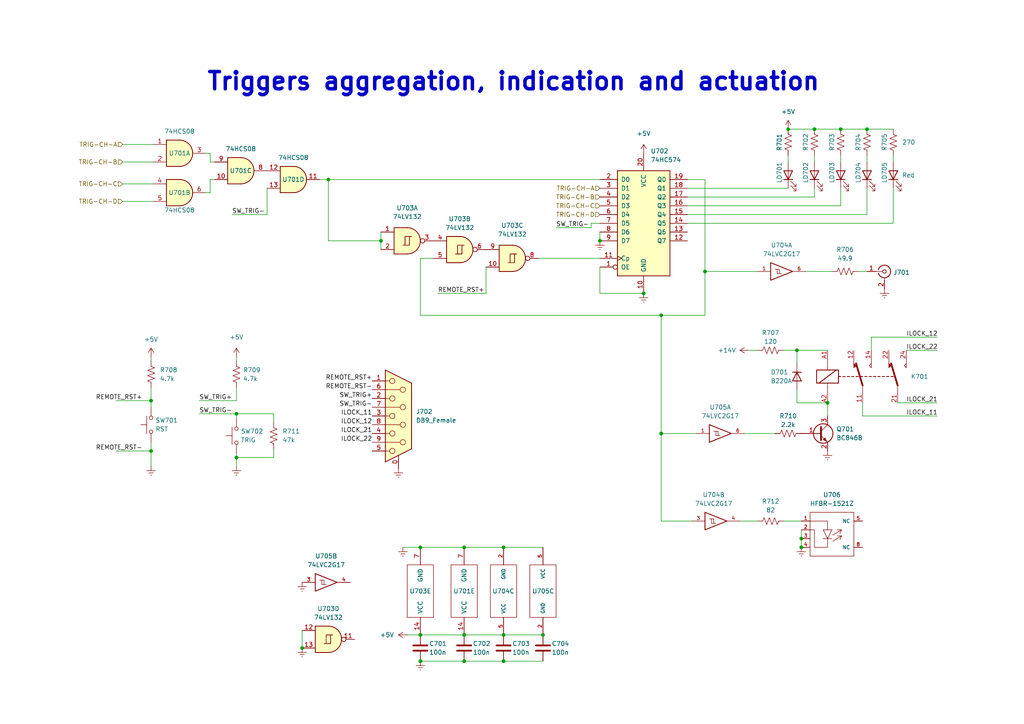
<source format=kicad_sch>
(kicad_sch (version 20211123) (generator eeschema)
  (paper "A4")
  (title_block (title "Triggers Aggregation, Indication and Actuation") (rev "v1.0.0") (company "CNPEM - Brazilian Center for Research in Energy and Materials") (comment 1 "Group: ENT/AIS") (comment 2 "Authors: Gabriel Brunheira / Samuel Fraga"))
  (junction (at 121.92 158.75))
  (junction (at 110.49 69.85))
  (junction (at 251.46 37.465))
  (junction (at 236.22 37.465))
  (junction (at 146.05 158.75))
  (junction (at 191.77 91.44))
  (junction (at 232.41 156.21))
  (junction (at 173.99 69.85))
  (junction (at 157.48 184.15))
  (junction (at 68.58 120.015))
  (junction (at 240.03 116.84))
  (junction (at 134.62 158.75))
  (junction (at 95.25 52.07))
  (junction (at 191.77 125.73))
  (junction (at 87.63 187.96))
  (junction (at 243.84 37.465))
  (junction (at 186.69 85.09))
  (junction (at 232.41 158.75))
  (junction (at 231.14 101.6))
  (junction (at 43.815 116.205))
  (junction (at 146.05 191.77))
  (junction (at 146.05 184.15))
  (junction (at 134.62 191.77))
  (junction (at 204.47 78.74))
  (junction (at 228.6 37.465))
  (junction (at 121.92 184.15))
  (junction (at 43.815 130.81))
  (junction (at 134.62 184.15))
  (junction (at 121.92 191.77))
  (junction (at 68.58 132.715))
  (wire (pts (xy 228.6 37.465) (xy 236.22 37.465)))
  (wire (pts (xy 236.22 37.465) (xy 243.84 37.465)))
  (wire (pts (xy 140.97 77.47) (xy 140.97 85.09)))
  (wire (pts (xy 116.84 158.75) (xy 121.92 158.75)))
  (wire (pts (xy 173.99 67.31) (xy 173.99 69.85)))
  (wire (pts (xy 35.56 53.34) (xy 44.45 53.34)))
  (wire (pts (xy 79.375 122.555) (xy 79.375 120.015)))
  (wire (pts (xy 204.47 78.74) (xy 204.47 91.44)))
  (wire (pts (xy 68.58 112.395) (xy 68.58 116.205)))
  (wire (pts (xy 251.46 54.61) (xy 251.46 62.23)))
  (wire (pts (xy 79.375 132.715) (xy 68.58 132.715)))
  (wire (pts (xy 251.46 45.085) (xy 251.46 46.99)))
  (wire (pts (xy 59.69 44.45) (xy 60.96 44.45)))
  (wire (pts (xy 251.46 62.23) (xy 199.39 62.23)))
  (wire (pts (xy 57.785 116.205) (xy 68.58 116.205)))
  (wire (pts (xy 191.77 151.13) (xy 200.66 151.13)))
  (wire (pts (xy 236.22 45.085) (xy 236.22 46.99)))
  (wire (pts (xy 118.11 184.15) (xy 121.92 184.15)))
  (wire (pts (xy 250.19 120.65) (xy 271.78 120.65)))
  (wire (pts (xy 87.63 182.88) (xy 87.63 187.96)))
  (wire (pts (xy 248.92 78.74) (xy 251.46 78.74)))
  (wire (pts (xy 252.73 101.6) (xy 252.73 97.79)))
  (wire (pts (xy 219.71 101.6) (xy 217.17 101.6)))
  (wire (pts (xy 262.89 101.6) (xy 271.78 101.6)))
  (wire (pts (xy 121.92 191.77) (xy 134.62 191.77)))
  (wire (pts (xy 191.77 125.73) (xy 201.93 125.73)))
  (wire (pts (xy 231.14 101.6) (xy 240.03 101.6)))
  (wire (pts (xy 260.35 116.84) (xy 271.78 116.84)))
  (wire (pts (xy 252.73 97.79) (xy 271.78 97.79)))
  (wire (pts (xy 79.375 132.715) (xy 79.375 130.175)))
  (wire (pts (xy 121.92 74.93) (xy 125.73 74.93)))
  (wire (pts (xy 243.84 37.465) (xy 251.46 37.465)))
  (wire (pts (xy 79.375 120.015) (xy 68.58 120.015)))
  (wire (pts (xy 231.14 116.84) (xy 240.03 116.84)))
  (wire (pts (xy 233.68 78.74) (xy 241.3 78.74)))
  (wire (pts (xy 146.05 191.77) (xy 157.48 191.77)))
  (wire (pts (xy 95.25 52.07) (xy 95.25 69.85)))
  (wire (pts (xy 199.39 52.07) (xy 204.47 52.07)))
  (wire (pts (xy 57.785 120.015) (xy 68.58 120.015)))
  (wire (pts (xy 121.92 91.44) (xy 121.92 74.93)))
  (wire (pts (xy 43.815 112.395) (xy 43.815 116.205)))
  (wire (pts (xy 77.47 54.61) (xy 77.47 62.23)))
  (wire (pts (xy 95.25 52.07) (xy 92.71 52.07)))
  (wire (pts (xy 60.96 52.07) (xy 60.96 55.88)))
  (wire (pts (xy 68.58 132.715) (xy 68.58 135.255)))
  (wire (pts (xy 171.45 64.77) (xy 173.99 64.77)))
  (wire (pts (xy 95.25 69.85) (xy 110.49 69.85)))
  (wire (pts (xy 146.05 158.75) (xy 157.48 158.75)))
  (wire (pts (xy 60.96 46.99) (xy 62.23 46.99)))
  (wire (pts (xy 231.14 105.41) (xy 231.14 101.6)))
  (wire (pts (xy 67.31 62.23) (xy 77.47 62.23)))
  (wire (pts (xy 134.62 191.77) (xy 146.05 191.77)))
  (wire (pts (xy 95.25 52.07) (xy 173.99 52.07)))
  (wire (pts (xy 60.96 44.45) (xy 60.96 46.99)))
  (wire (pts (xy 121.92 184.15) (xy 134.62 184.15)))
  (wire (pts (xy 146.05 184.15) (xy 157.48 184.15)))
  (wire (pts (xy 232.41 156.21) (xy 232.41 158.75)))
  (wire (pts (xy 191.77 91.44) (xy 191.77 125.73)))
  (wire (pts (xy 214.63 151.13) (xy 219.71 151.13)))
  (wire (pts (xy 251.46 37.465) (xy 259.08 37.465)))
  (wire (pts (xy 259.08 45.085) (xy 259.08 46.99)))
  (wire (pts (xy 43.815 116.205) (xy 33.655 116.205)))
  (wire (pts (xy 232.41 153.67) (xy 232.41 156.21)))
  (wire (pts (xy 33.655 130.81) (xy 43.815 130.81)))
  (wire (pts (xy 215.9 125.73) (xy 224.79 125.73)))
  (wire (pts (xy 173.99 85.09) (xy 186.69 85.09)))
  (wire (pts (xy 43.815 130.81) (xy 43.815 135.255)))
  (wire (pts (xy 243.84 59.69) (xy 243.84 54.61)))
  (wire (pts (xy 134.62 158.75) (xy 146.05 158.75)))
  (wire (pts (xy 161.29 66.04) (xy 171.45 66.04)))
  (wire (pts (xy 121.92 158.75) (xy 134.62 158.75)))
  (wire (pts (xy 43.815 116.205) (xy 43.815 118.11)))
  (wire (pts (xy 121.92 91.44) (xy 191.77 91.44)))
  (wire (pts (xy 236.22 57.15) (xy 199.39 57.15)))
  (wire (pts (xy 156.21 74.93) (xy 173.99 74.93)))
  (wire (pts (xy 35.56 46.99) (xy 44.45 46.99)))
  (wire (pts (xy 199.39 54.61) (xy 228.6 54.61)))
  (wire (pts (xy 68.58 120.015) (xy 68.58 121.285)))
  (wire (pts (xy 173.99 77.47) (xy 173.99 85.09)))
  (wire (pts (xy 236.22 54.61) (xy 236.22 57.15)))
  (wire (pts (xy 191.77 125.73) (xy 191.77 151.13)))
  (wire (pts (xy 243.84 45.085) (xy 243.84 46.99)))
  (wire (pts (xy 35.56 41.91) (xy 44.45 41.91)))
  (wire (pts (xy 204.47 52.07) (xy 204.47 78.74)))
  (wire (pts (xy 204.47 78.74) (xy 219.71 78.74)))
  (wire (pts (xy 110.49 67.31) (xy 110.49 69.85)))
  (wire (pts (xy 227.33 101.6) (xy 231.14 101.6)))
  (wire (pts (xy 228.6 45.085) (xy 228.6 46.99)))
  (wire (pts (xy 43.815 103.505) (xy 43.815 104.775)))
  (wire (pts (xy 204.47 91.44) (xy 191.77 91.44)))
  (wire (pts (xy 250.19 116.84) (xy 250.19 120.65)))
  (wire (pts (xy 171.45 64.77) (xy 171.45 66.04)))
  (wire (pts (xy 127 85.09) (xy 140.97 85.09)))
  (wire (pts (xy 259.08 64.77) (xy 259.08 54.61)))
  (wire (pts (xy 68.58 103.505) (xy 68.58 104.775)))
  (wire (pts (xy 134.62 184.15) (xy 146.05 184.15)))
  (wire (pts (xy 43.815 128.27) (xy 43.815 130.81)))
  (wire (pts (xy 68.58 132.715) (xy 68.58 131.445)))
  (wire (pts (xy 227.33 151.13) (xy 232.41 151.13)))
  (wire (pts (xy 199.39 64.77) (xy 259.08 64.77)))
  (wire (pts (xy 59.69 55.88) (xy 60.96 55.88)))
  (wire (pts (xy 240.03 116.84) (xy 240.03 120.65)))
  (wire (pts (xy 60.96 52.07) (xy 62.23 52.07)))
  (wire (pts (xy 110.49 69.85) (xy 110.49 72.39)))
  (wire (pts (xy 199.39 59.69) (xy 243.84 59.69)))
  (wire (pts (xy 231.14 113.03) (xy 231.14 116.84)))
  (wire (pts (xy 35.56 58.42) (xy 44.45 58.42)))
  (text "Triggers aggregation, indication and actuation" (at 59.69 26.67 0) (effects (font (size 5 5) (thickness 1) bold) (justify left bottom)))
  (label "SW_TRIG-" (at 67.31 62.23 0))
  (label "ILOCK_22" (at 107.95 128.27 180))
  (label "SW_TRIG+" (at 57.785 116.205 0))
  (label "ILOCK_21" (at 262.89 116.84 0))
  (label "SW_TRIG-" (at 57.785 120.015 0))
  (label "REMOTE_RST-" (at 41.275 130.81 180))
  (label "ILOCK_11" (at 262.89 120.65 0))
  (label "ILOCK_12" (at 262.89 97.79 0))
  (label "REMOTE_RST+" (at 41.275 116.205 180))
  (label "REMOTE_RST+" (at 107.95 110.49 180))
  (label "SW_TRIG-" (at 161.29 66.04 0))
  (label "SW_TRIG+" (at 107.95 115.57 180))
  (label "ILOCK_11" (at 107.95 120.65 180))
  (label "REMOTE_RST+" (at 127 85.09 0))
  (label "ILOCK_21" (at 107.95 125.73 180))
  (label "ILOCK_22" (at 262.89 101.6 0))
  (label "ILOCK_12" (at 107.95 123.19 180))
  (label "REMOTE_RST-" (at 107.95 113.03 180))
  (label "SW_TRIG-" (at 107.95 118.11 180))
  (hierarchical_label "TRIG-CH-B" (shape input) (at 173.99 57.15 180))
  (hierarchical_label "TRIG-CH-D" (shape input) (at 173.99 62.23 180))
  (hierarchical_label "TRIG-CH-C" (shape input) (at 173.99 59.69 180))
  (hierarchical_label "TRIG-CH-A" (shape input) (at 35.56 41.91 180))
  (hierarchical_label "TRIG-CH-C" (shape input) (at 35.56 53.34 180))
  (hierarchical_label "TRIG-CH-A" (shape input) (at 173.99 54.61 180))
  (hierarchical_label "TRIG-CH-D" (shape input) (at 35.56 58.42 180))
  (hierarchical_label "TRIG-CH-B" (shape input) (at 35.56 46.99 180))
  (symbol (lib_name "74LVC2G17_1") (lib_id "qds-cv-lib-sym:74LVC2G17") (at 146.05 171.45 180) (unit 3)
    (property "Reference" "U704" (at 149.225 171.45 0) (effects (justify left)))
    (property "Value" "74LVC2G17" (effects hide))
    (property "Footprint" "Package_TO_SOT_SMD:SOT-23-6_Handsoldering" (effects hide))
    (property "Datasheet" "https://www.ti.com/lit/ds/symlink/sn74lvc2g17.pdf" (effects hide))
    (property "Part Number" "SN74LVC2G17DBVR" (effects hide))
  )
  (symbol (lib_id "qds-cv-lib-sym:74LVC2G17") (at 207.01 151.13 0) (unit 2)
    (property "Reference" "U704" (at 207.01 143.51 0))
    (property "Value" "74LVC2G17" (at 207.01 146.05 0))
    (property "Footprint" "Package_TO_SOT_SMD:SOT-23-6_Handsoldering" (effects hide))
    (property "Datasheet" "https://www.ti.com/lit/ds/symlink/sn74lvc2g17.pdf" (effects hide))
    (property "Part Number" "SN74LVC2G17DBVR" (effects hide))
  )
  (symbol (lib_name "74LVC2G17_4") (lib_id "qds-cv-lib-sym:74LVC2G17") (at 93.98 168.91 0) (unit 2)
    (property "Reference" "U705" (at 94.615 161.29 0))
    (property "Value" "74LVC2G17" (at 94.615 163.83 0))
    (property "Footprint" "Package_TO_SOT_SMD:SOT-23-6_Handsoldering" (effects hide))
    (property "Datasheet" "https://www.ti.com/lit/ds/symlink/sn74lvc2g17.pdf" (effects hide))
    (property "Part Number" "SN74LVC2G17DBVR" (effects hide))
    (property "Manufacturer" "Texas Instruments" (effects hide))
  )
  (symbol (lib_id "Device:R_US") (at 245.11 78.74 90) (unit 1)
    (property "Reference" "R706" (at 245.11 72.39 90))
    (property "Value" "49.9" (at 245.11 74.93 90))
    (property "Footprint" "Resistor_SMD:R_0805_2012Metric_Pad1.20x1.40mm_HandSolder" (effects hide))
    (property "Datasheet" "https://www.yageo.com/upload/media/product/productsearch/datasheet/rchip/PYu-RT_1-to-0.01_RoHS_L_13.pdf" (effects hide))
    (property "CNPEM Code" "AP108391" (effects hide))
    (property "Description" "Resistor 49.9 0.5% 0.125W SMD 0805" (effects hide))
    (property "Manufacturer" "Yageo" (effects hide))
    (property "Part Number" "RT0805DRE0749R9L" (effects hide))
    (property "Vendor Link" "https://www.digikey.com/en/products/detail/yageo/RT0805DRE0749R9L/1035664?s=N4IgTCBcDaIEoBUAMAOJBWAInAokg7ACwCccxAMiALoC%2BQA" (effects hide))
  )
  (symbol (lib_id "power:Earth") (at 232.41 158.75 0) (unit 1)
    (property "Reference" "#PWR0714" (effects hide))
    (property "Value" "Earth" (effects hide))
  )
  (symbol (lib_id "qds-cv-lib-sym:74HCS08") (at 134.62 171.45 180) (unit 5)
    (property "Reference" "U701" (at 137.795 171.45 0) (effects (justify left)))
    (property "Value" "74HCS08" (effects hide))
    (property "Footprint" "Package_SO:SO-14_3.9x8.65mm_P1.27mm" (effects hide))
    (property "Datasheet" "https://www.ti.com/lit/ds/symlink/sn74hcs08.pdf" (effects hide))
    (property "Part Number" "SN74HCS08DR" (effects hide))
  )
  (symbol (lib_id "Device:R_US") (at 228.6 41.275 0) (unit 1)
    (property "Reference" "R701" (at 226.06 43.815 90) (effects (justify left)))
    (property "Value" "270" (effects hide))
    (property "Footprint" "Resistor_SMD:R_0805_2012Metric_Pad1.20x1.40mm_HandSolder" (effects hide))
    (property "Description" "Resistor 270R 1% 0.1W SMD 0805" (effects hide))
    (property "Manufacturer" "Fenghua Advance Technology" (effects hide))
    (property "Part Number" "RC-05K203JT" (effects hide))
  )
  (symbol (lib_name "74LV132_3") (lib_id "qds-cv-lib-sym:74LV132") (at 118.11 69.85 0) (unit 1)
    (property "Reference" "U703" (at 118.11 60.325 0))
    (property "Value" "74LV132" (at 118.11 62.865 0))
    (property "Footprint" "Package_SO:SO-14_3.9x8.65mm_P1.27mm" (effects hide))
    (property "Datasheet" "http://www.ti.com/lit/ds/symlink/sn74lv132a.pdf" (effects hide))
    (property "Part Number" "SN74LV132ADR" (effects hide))
  )
  (symbol (lib_name "74LVC2G17_5") (lib_id "qds-cv-lib-sym:74LVC2G17") (at 157.48 171.45 0) (unit 3)
    (property "Reference" "U705" (at 154.305 171.45 0) (effects (justify left)))
    (property "Value" "74LVC2G17" (effects hide))
    (property "Footprint" "Package_TO_SOT_SMD:SOT-23-6_Handsoldering" (effects hide))
    (property "Datasheet" "https://www.ti.com/lit/ds/symlink/sn74lvc2g17.pdf" (effects hide))
    (property "Part Number" "SN74LVC2G17DBVR" (effects hide))
    (property "Manufacturer" "Texas Instruments" (effects hide))
  )
  (symbol (lib_id "power:Earth") (at 115.57 135.89 0) (unit 1)
    (property "Reference" "#PWR0712" (effects hide))
    (property "Value" "Earth" (effects hide))
  )
  (symbol (lib_id "power:Earth") (at 116.84 158.75 0) (unit 1)
    (property "Reference" "#PWR0713" (effects hide))
    (property "Value" "Earth" (effects hide))
  )
  (symbol (lib_id "qds-cv-lib-sym:FINDER-30.22") (at 250.19 109.22 0) (unit 1)
    (property "Reference" "K701" (at 264.16 109.2199 0) (effects (justify left)))
    (property "Value" "FINDER-30.22" (effects hide))
    (property "Footprint" "Relay_THT:Relay_DPDT_Finder_30.22" (effects hide))
    (property "Datasheet" "https://cdn.findernet.com/app/uploads/S30EN.pdf" (effects hide))
    (property "Part Number" "30.22.7.012.0010" (effects hide))
    (property "CNPEM Code" "AO102294" (effects hide))
    (property "Description" "Relay DPDT, 12 VDC Coil, 2 A Contact Current, Through Hole" (effects hide))
    (property "Manufacturer" "Finder" (effects hide))
    (property "Vendor Link" "https://pt.farnell.com/finder/30-22-7-012-0010/relay-signal-dpdt-125vac-2a/dp/1217369" (effects hide))
  )
  (symbol (lib_id "qds-cv-lib-sym:74HC574") (at 186.69 64.77 0) (unit 1)
    (property "Reference" "U702" (at 188.7094 43.815 0) (effects (justify left)))
    (property "Value" "74HC574" (at 188.7094 46.355 0) (effects (justify left)))
    (property "Footprint" "Package_SO:TSSOP-20_4.4x6.5mm_P0.65mm" (effects hide))
    (property "Datasheet" "https://www.ti.com/lit/ds/symlink/sn74hct574.pdf" (effects hide))
    (property "Description" " Octal Edge-Triggered D-Flip-Flips With 3-State Outputs" (effects hide))
    (property "Manufacturer" "Texas" (effects hide))
    (property "Part Number" "SN74HCT574" (effects hide))
  )
  (symbol (lib_id "Device:R_US") (at 223.52 151.13 90) (unit 1)
    (property "Reference" "R712" (at 223.52 145.415 90))
    (property "Value" "82" (at 223.52 147.955 90))
    (property "Footprint" "Resistor_SMD:R_0805_2012Metric_Pad1.20x1.40mm_HandSolder" (effects hide))
    (property "Datasheet" "https://www.koaspeer.com/pdfs/RK73H.pdf" (effects hide))
    (property "Part Number" "RK73H2ATTD82R0F" (effects hide))
  )
  (symbol (lib_id "power:Earth") (at 87.63 168.91 0) (unit 1)
    (property "Reference" "#PWR0715" (effects hide))
    (property "Value" "Earth" (effects hide))
  )
  (symbol (lib_id "power:Earth") (at 43.815 135.255 0) (unit 1)
    (property "Reference" "#PWR0711" (effects hide))
    (property "Value" "Earth" (effects hide))
  )
  (symbol (lib_id "qds-cv-lib-sym:74HCS08") (at 69.85 49.53 0) (unit 3)
    (property "Reference" "U701" (at 69.85 49.53 0))
    (property "Value" "74HCS08" (at 69.85 43.18 0))
    (property "Footprint" "Package_SO:SO-14_3.9x8.65mm_P1.27mm" (effects hide))
    (property "Datasheet" "https://www.ti.com/lit/ds/symlink/sn74hcs08.pdf" (effects hide))
    (property "Part Number" "SN74HCS08DR" (effects hide))
  )
  (symbol (lib_id "qds-cv-lib-sym:74HCS08") (at 52.07 44.45 0) (unit 1)
    (property "Reference" "U701" (at 52.07 44.45 0))
    (property "Value" "74HCS08" (at 52.07 38.1 0))
    (property "Footprint" "Package_SO:SO-14_3.9x8.65mm_P1.27mm" (effects hide))
    (property "Datasheet" "https://www.ti.com/lit/ds/symlink/sn74hcs08.pdf" (effects hide))
    (property "Part Number" "SN74HCS08DR" (effects hide))
  )
  (symbol (lib_id "power:Earth") (at 186.69 85.09 0) (unit 1)
    (property "Reference" "#PWR0705" (effects hide))
    (property "Value" "Earth" (effects hide))
  )
  (symbol (lib_id "Device:C") (at 121.92 187.96 0) (unit 1)
    (property "Reference" "C701" (at 124.46 186.69 0) (effects (justify left)))
    (property "Value" "100n" (at 124.46 189.23 0) (effects (justify left)))
    (property "Footprint" "Capacitor_SMD:C_0603_1608Metric_Pad1.08x0.95mm_HandSolder" (effects hide))
    (property "Datasheet" "https://product.tdk.com/system/files/dam/doc/product/capacitor/ceramic/mlcc/catalog/mlcc_commercial_general_en.pdf" (effects hide))
    (property "CNPEM Code" "AP107349" (effects hide))
    (property "Description" "Ceramic Capacitor 100nF 50V 10% SMD 0603 X7R" (effects hide))
    (property "Manufacturer" "TDK" (effects hide))
    (property "Part Number" "C1608X7R1H104K080AA" (effects hide))
    (property "Vendor Link" "https://br.mouser.com/ProductDetail/TDK/C1608X7R1H104K080AA?qs=NRhsANhppD8dEJli2CDBHA%3D%3D" (effects hide))
  )
  (symbol (lib_id "power:Earth") (at 240.03 130.81 0) (unit 1)
    (property "Reference" "#PWR0709" (effects hide))
    (property "Value" "Earth" (effects hide))
  )
  (symbol (lib_id "qds-cv-lib-sym:74HCS08") (at 52.07 55.88 0) (unit 2)
    (property "Reference" "U701" (at 52.07 55.88 0))
    (property "Value" "74HCS08" (at 52.07 60.96 0))
    (property "Footprint" "Package_SO:SO-14_3.9x8.65mm_P1.27mm" (effects hide))
    (property "Datasheet" "https://www.ti.com/lit/ds/symlink/sn74hcs08.pdf" (effects hide))
    (property "Part Number" "SN74HCS08DR" (effects hide))
  )
  (symbol (lib_id "Device:LED") (at 243.84 50.8 90) (unit 1)
    (property "Reference" "LD703" (at 241.3 46.99 0) (effects (justify right)))
    (property "Value" "Red" (effects hide))
    (property "Footprint" "qds-cv-lib:LED_WP934CB_ID" (effects hide))
    (property "Datasheet" "https://www.kingbrightusa.com/images/catalog/SPEC/WP934CB-ID.pdf" (effects hide))
    (property "CNPEM Code" "AP110389 " (effects hide))
    (property "Description" "3 mm LED Circuit Board Indicator, Red, 1.9V, 10 mA, PTH, Right Angle" (effects hide))
    (property "Manufacturer" "Kingbright" (effects hide))
    (property "Part Number" "WP934CB/ID" (effects hide))
    (property "Vendor Link" "https://www.digikey.com/en/products/detail/kingbright/WP934CB-ID/1747697?s=N4IgTCBcDaIOoAUCcBmALAYQEIHoCSAIiALoC%2BQA" (effects hide))
  )
  (symbol (lib_id "power:Earth") (at 87.63 187.96 0) (unit 1)
    (property "Reference" "#PWR0717" (effects hide))
    (property "Value" "Earth" (effects hide))
  )
  (symbol (lib_id "Device:R_US") (at 236.22 41.275 0) (unit 1)
    (property "Reference" "R702" (at 233.68 43.815 90) (effects (justify left)))
    (property "Value" "270" (effects hide))
    (property "Footprint" "Resistor_SMD:R_0805_2012Metric_Pad1.20x1.40mm_HandSolder" (effects hide))
    (property "Description" "Resistor 270R 1% 0.1W SMD 0805" (effects hide))
    (property "Manufacturer" "Fenghua Advance Technology" (effects hide))
    (property "Part Number" "RC-05K203JT" (effects hide))
  )
  (symbol (lib_id "qds-cv-lib-sym:74HCS08") (at 85.09 52.07 0) (unit 4)
    (property "Reference" "U701" (at 85.09 52.07 0))
    (property "Value" "74HCS08" (at 85.09 45.72 0))
    (property "Footprint" "Package_SO:SO-14_3.9x8.65mm_P1.27mm" (effects hide))
    (property "Datasheet" "https://www.ti.com/lit/ds/symlink/sn74hcs08.pdf" (effects hide))
    (property "Part Number" "SN74HCS08DR" (effects hide))
  )
  (symbol (lib_name "74LV132_2") (lib_id "qds-cv-lib-sym:74LV132") (at 95.25 185.42 0) (unit 4)
    (property "Reference" "U703" (at 95.25 176.53 0))
    (property "Value" "74LV132" (at 95.25 179.07 0))
    (property "Footprint" "Package_SO:SO-14_3.9x8.65mm_P1.27mm" (effects hide))
    (property "Datasheet" "http://www.ti.com/lit/ds/symlink/sn74lv132a.pdf" (effects hide))
    (property "Part Number" "SN74LV132ADR" (effects hide))
  )
  (symbol (lib_id "qds-cv-lib-sym:+14V") (at 217.17 101.6 90) (unit 1)
    (property "Reference" "#PWR0706" (effects hide))
    (property "Value" "+14V" (at 210.82 101.6 90))
  )
  (symbol (lib_id "power:+5V") (at 118.11 184.15 90) (unit 1)
    (property "Reference" "#PWR0716" (effects hide))
    (property "Value" "+5V" (at 114.3 184.1499 90) (effects (justify left)))
  )
  (symbol (lib_name "74LV132_4") (lib_id "qds-cv-lib-sym:74LV132") (at 148.59 74.93 0) (unit 3)
    (property "Reference" "U703" (at 148.59 65.405 0))
    (property "Value" "74LV132" (at 148.59 67.945 0))
    (property "Footprint" "Package_SO:SO-14_3.9x8.65mm_P1.27mm" (effects hide))
    (property "Datasheet" "http://www.ti.com/lit/ds/symlink/sn74lv132a.pdf" (effects hide))
    (property "Part Number" "SN74LV132ADR" (effects hide))
  )
  (symbol (lib_id "Device:R_US") (at 223.52 101.6 90) (unit 1)
    (property "Reference" "R707" (at 226.06 96.52 90) (effects (justify left)))
    (property "Value" "120" (at 225.425 99.06 90) (effects (justify left)))
    (property "Footprint" "Resistor_SMD:R_0805_2012Metric_Pad1.20x1.40mm_HandSolder" (effects hide))
    (property "Datasheet" "https://industrial.panasonic.com/cdbs/www-data/pdf/RDA0000/AOA0000C304.pdf" (effects hide))
    (property "Part Number" "ERJ-6ENF1200V" (effects hide))
    (property "CNPEM Code" "MT100270" (effects hide))
    (property "Description" "Resistor 120R 1% 0.125W SMD 0805" (effects hide))
    (property "Manufacturer" "Panasonic Electronic Components" (effects hide))
    (property "Vendor Link" "https://www.digikey.com/en/products/detail/panasonic-electronic-components/ERJ-6ENF1200V/1746457?utm_adgroup=Resistors&utm_source=google&utm_medium=cpc&utm_campaign=Dynamic%20Search_PT_Product&utm_term=&utm_content=Resistors&gclid=Cj0KCQjwiZqhBhCJARIsACHHEH-pu6fwXPqBkHKqSkQnzptc673XOtJCxcLr698HcilOwq3CV2g-xmQaAoZhEALw_wcB" (effects hide))
  )
  (symbol (lib_id "qds-cv-lib-sym:HFBR-1521Z") (at 234.95 148.59 0) (unit 1)
    (property "Reference" "U706" (at 241.3 143.51 0))
    (property "Value" "HFBR-1521Z" (at 241.3 146.05 0))
    (property "Footprint" "qds-cv-lib:HFBR-1521Z" (effects hide))
    (property "Datasheet" "https://docs.broadcom.com/doc/AV02-1501EN" (effects hide))
  )
  (symbol (lib_id "Device:R_US") (at 251.46 41.275 0) (unit 1)
    (property "Reference" "R704" (at 248.92 43.815 90) (effects (justify left)))
    (property "Value" "270" (effects hide))
    (property "Footprint" "Resistor_SMD:R_0805_2012Metric_Pad1.20x1.40mm_HandSolder" (effects hide))
    (property "Description" "Resistor 270R 1% 0.1W SMD 0805" (effects hide))
    (property "Manufacturer" "Fenghua Advance Technology" (effects hide))
    (property "Part Number" "RC-05K203JT" (effects hide))
  )
  (symbol (lib_name "74LV132_1") (lib_id "qds-cv-lib-sym:74LV132") (at 121.92 171.45 180) (unit 5)
    (property "Reference" "U703" (at 125.095 171.45 0) (effects (justify left)))
    (property "Value" "74LV132" (effects hide))
    (property "Footprint" "Package_SO:SO-14_3.9x8.65mm_P1.27mm" (effects hide))
    (property "Datasheet" "http://www.ti.com/lit/ds/symlink/sn74lv132a.pdf" (effects hide))
    (property "Part Number" "SN74LV132ADR" (effects hide))
  )
  (symbol (lib_id "Device:LED") (at 251.46 50.8 90) (unit 1)
    (property "Reference" "LD704" (at 248.92 46.99 0) (effects (justify right)))
    (property "Value" "Red" (effects hide))
    (property "Footprint" "qds-cv-lib:LED_WP934CB_ID" (effects hide))
    (property "Datasheet" "https://www.kingbrightusa.com/images/catalog/SPEC/WP934CB-ID.pdf" (effects hide))
    (property "CNPEM Code" "AP110389 " (effects hide))
    (property "Description" "3 mm LED Circuit Board Indicator, Red, 1.9V, 10 mA, PTH, Right Angle" (effects hide))
    (property "Manufacturer" "Kingbright" (effects hide))
    (property "Part Number" "WP934CB/ID" (effects hide))
    (property "Vendor Link" "https://www.digikey.com/en/products/detail/kingbright/WP934CB-ID/1747697?s=N4IgTCBcDaIOoAUCcBmALAYQEIHoCSAIiALoC%2BQA" (effects hide))
  )
  (symbol (lib_id "Device:R_US") (at 68.58 108.585 0) (unit 1)
    (property "Reference" "R709" (at 70.485 107.3149 0) (effects (justify left)))
    (property "Value" "4.7k" (at 70.485 109.8549 0) (effects (justify left)))
    (property "Footprint" "Resistor_SMD:R_0805_2012Metric_Pad1.20x1.40mm_HandSolder" (effects hide))
    (property "Datasheet" "https://datasheet.lcsc.com/lcsc/2206010216_UNI-ROYAL-Uniroyal-Elec-0805W8F1002T5E_C17414.pdf" (effects hide))
    (property "Part Number" "0805W8F1200T5E" (effects hide))
    (property "Description" "Resistor 4k7 1% 0.25W SMD 1206" (effects hide))
    (property "Manufacturer" "Yageo" (effects hide))
    (property "Vendor Link" "https://www.digikey.com/en/products/detail/yageo/RC1206FR-074K7L/728887?s=N4IgTCBcDaIEoGECMYAMA2AYnAtKg7ACwDS%2BAMiALoC%2BQA" (effects hide))
  )
  (symbol (lib_id "Device:R_US") (at 259.08 41.275 0) (unit 1)
    (property "Reference" "R705" (at 256.54 43.815 90) (effects (justify left)))
    (property "Value" "270" (at 261.62 41.275 0) (effects (justify left)))
    (property "Footprint" "Resistor_SMD:R_0805_2012Metric_Pad1.20x1.40mm_HandSolder" (effects hide))
    (property "Description" "Resistor 270R 1% 0.1W SMD 0805" (effects hide))
    (property "Manufacturer" "Fenghua Advance Technology" (effects hide))
    (property "Part Number" "RC-05K203JT" (effects hide))
  )
  (symbol (lib_id "power:Earth") (at 173.99 69.85 0) (unit 1)
    (property "Reference" "#PWR0703" (effects hide))
    (property "Value" "Earth" (effects hide))
  )
  (symbol (lib_id "Device:D") (at 231.14 109.22 270) (unit 1)
    (property "Reference" "D701" (at 223.52 107.95 90) (effects (justify left)))
    (property "Value" "B220A" (at 223.52 110.49 90) (effects (justify left)))
    (property "Footprint" "Diode_SMD:D_SMA_Handsoldering" (effects hide))
    (property "Datasheet" "https://www.diodes.com/assets/Datasheets/B220_A-B260_A.pdf" (effects hide))
    (property "Part Number" "621-B220A-F" (effects hide))
    (property "Description" "2A Schottky Diode, 20 VRRM, SMD DO-214AC" (effects hide))
    (property "Manufacturer" "Diodes Inc." (effects hide))
    (property "Vendor Link" "https://br.mouser.com/ProductDetail/Diodes-Incorporated/B220A-13-F?qs=kEQ31%252BHm99lk%2FvfKcGXxcg%3D%3D&gclid=Cj0KCQjwiZqhBhCJARIsACHHEH-yhqkuJ2wiicf4oz4z9iBM3Yl_iYSOuPk5O-ibr5zEOigtfNIuavsaAv7vEALw_wcB" (effects hide))
  )
  (symbol (lib_id "Device:R_US") (at 228.6 125.73 90) (unit 1)
    (property "Reference" "R710" (at 228.6 120.65 90))
    (property "Value" "2.2k" (at 228.6 123.19 90))
    (property "Footprint" "Resistor_SMD:R_0805_2012Metric_Pad1.20x1.40mm_HandSolder" (effects hide))
    (property "Datasheet" "https://www.yageo.com/upload/media/product/productsearch/datasheet/rchip/PYu-RC_Group_51_RoHS_L_12.pdf" (effects hide))
    (property "Part Number" "RC0805FR-072K2L" (effects hide))
    (property "CNPEM Code" "MT104237" (effects hide))
    (property "Manufacturer" "Yageo" (effects hide))
    (property "Description" "Resistor 2.2k 1% 0.125W SMD 0805" (effects hide))
    (property "Vendor Link" "https://www.digikey.com/en/products/detail/yageo/RC0805FR-072K2L/727676?utm_adgroup=Resistors&utm_source=google&utm_medium=cpc&utm_campaign=Dynamic%20Search_PT_Product&utm_term=&utm_content=Resistors&gclid=Cj0KCQjwiZqhBhCJARIsACHHEH8v6oZGyHIjUrtn7TkF_AQuRcQJr-qTERqKybnCllzX-CPJhH9mu5EaAnnzEALw_wcB" (effects hide))
  )
  (symbol (lib_id "Device:LED") (at 236.22 50.8 90) (unit 1)
    (property "Reference" "LD702" (at 233.68 46.99 0) (effects (justify right)))
    (property "Value" "Red" (effects hide))
    (property "Footprint" "qds-cv-lib:LED_WP934CB_ID" (effects hide))
    (property "Datasheet" "https://www.kingbrightusa.com/images/catalog/SPEC/WP934CB-ID.pdf" (effects hide))
    (property "CNPEM Code" "AP110389 " (effects hide))
    (property "Description" "3 mm LED Circuit Board Indicator, Red, 1.9V, 10 mA, PTH, Right Angle" (effects hide))
    (property "Manufacturer" "Kingbright" (effects hide))
    (property "Part Number" "WP934CB/ID" (effects hide))
    (property "Vendor Link" "https://www.digikey.com/en/products/detail/kingbright/WP934CB-ID/1747697?s=N4IgTCBcDaIOoAUCcBmALAYQEIHoCSAIiALoC%2BQA" (effects hide))
  )
  (symbol (lib_id "Connector:DB9_Female_MountingHoles") (at 115.57 120.65 0) (unit 1)
    (property "Reference" "J702" (at 120.65 119.3799 0) (effects (justify left)))
    (property "Value" "DB9_Female" (at 120.65 121.9199 0) (effects (justify left)))
    (property "Footprint" "Connector_Dsub:DSUB-9_Female_Horizontal_P2.77x2.84mm_EdgePinOffset7.70mm_Housed_MountingHolesOffset9.12mm" (effects hide))
    (property "Datasheet" " ~" (effects hide))
    (property "Description" "D-Sub Connector 9 Pins Receptable, Female, Through Hole for PCB" (effects hide))
    (property "Manufacturer" "Amphenol FCI" (effects hide))
  )
  (symbol (lib_id "Device:R_US") (at 243.84 41.275 0) (unit 1)
    (property "Reference" "R703" (at 241.3 43.815 90) (effects (justify left)))
    (property "Value" "270" (effects hide))
    (property "Footprint" "Resistor_SMD:R_0805_2012Metric_Pad1.20x1.40mm_HandSolder" (effects hide))
    (property "Description" "Resistor 270R 1% 0.1W SMD 0805" (effects hide))
    (property "Manufacturer" "Fenghua Advance Technology" (effects hide))
    (property "Part Number" "RC-05K203JT" (effects hide))
  )
  (symbol (lib_id "Device:C") (at 157.48 187.96 0) (unit 1)
    (property "Reference" "C704" (at 160.02 186.69 0) (effects (justify left)))
    (property "Value" "100n" (at 160.02 189.23 0) (effects (justify left)))
    (property "Footprint" "Capacitor_SMD:C_0603_1608Metric_Pad1.08x0.95mm_HandSolder" (effects hide))
    (property "Datasheet" "https://product.tdk.com/system/files/dam/doc/product/capacitor/ceramic/mlcc/catalog/mlcc_commercial_general_en.pdf" (effects hide))
    (property "CNPEM Code" "AP107349" (effects hide))
    (property "Description" "Ceramic Capacitor 100nF 50V 10% SMD 0603 X7R" (effects hide))
    (property "Manufacturer" "TDK" (effects hide))
    (property "Part Number" "C1608X7R1H104K080AA" (effects hide))
    (property "Vendor Link" "https://br.mouser.com/ProductDetail/TDK/C1608X7R1H104K080AA?qs=NRhsANhppD8dEJli2CDBHA%3D%3D" (effects hide))
  )
  (symbol (lib_name "74LVC2G17_3") (lib_id "qds-cv-lib-sym:74LVC2G17") (at 226.06 78.74 0) (unit 1)
    (property "Reference" "U704" (at 226.695 71.12 0))
    (property "Value" "74LVC2G17" (at 226.695 73.66 0))
    (property "Footprint" "Package_TO_SOT_SMD:SOT-23-6_Handsoldering" (effects hide))
    (property "Datasheet" "https://www.ti.com/lit/ds/symlink/sn74lvc2g17.pdf" (effects hide))
    (property "Part Number" "SN74LVC2G17DBVR" (effects hide))
  )
  (symbol (lib_id "Switch:SW_Push") (at 68.58 126.365 90) (unit 1)
    (property "Reference" "SW702" (at 69.85 125.095 90) (effects (justify right)))
    (property "Value" "TRIG" (at 69.85 127.635 90) (effects (justify right)))
    (property "Footprint" "Button_Switch_THT:SW_Tactile_SPST_Angled_PTS645Vx39-2LFS" (effects hide))
    (property "Datasheet" "https://www.te.com/usa-en/product-1825027-5.datasheet.pdf" (effects hide))
    (property "Part Number" "1825027-5" (effects hide))
  )
  (symbol (lib_id "power:Earth") (at 256.54 83.82 0) (unit 1)
    (property "Reference" "#PWR0704" (effects hide))
    (property "Value" "Earth" (effects hide))
  )
  (symbol (lib_id "power:Earth") (at 121.92 191.77 0) (unit 1)
    (property "Reference" "#PWR0718" (effects hide))
    (property "Value" "Earth" (effects hide))
  )
  (symbol (lib_id "Switch:SW_Push") (at 43.815 123.19 90) (unit 1)
    (property "Reference" "SW701" (at 45.085 121.9199 90) (effects (justify right)))
    (property "Value" "RST" (at 45.085 124.4599 90) (effects (justify right)))
    (property "Footprint" "Button_Switch_THT:SW_Tactile_SPST_Angled_PTS645Vx39-2LFS" (effects hide))
    (property "Datasheet" "https://www.te.com/usa-en/product-1825027-5.datasheet.pdf" (effects hide))
    (property "Part Number" "1825027-5" (effects hide))
  )
  (symbol (lib_id "power:Earth") (at 68.58 135.255 0) (unit 1)
    (property "Reference" "#PWR0710" (effects hide))
    (property "Value" "Earth" (effects hide))
  )
  (symbol (lib_id "Device:R_US") (at 79.375 126.365 0) (unit 1)
    (property "Reference" "R711" (at 81.915 125.0949 0) (effects (justify left)))
    (property "Value" "47k" (at 81.915 127.6349 0) (effects (justify left)))
    (property "Footprint" "Resistor_SMD:R_0603_1608Metric_Pad0.98x0.95mm_HandSolder" (effects hide))
    (property "Datasheet" "https://industrial.panasonic.com/cdbs/www-data/pdf/RDM0000/AOA0000C307.pdf" (effects hide))
    (property "CNPEM Code" "AP107380" (effects hide))
    (property "Part Number" "ERA-3AEB473V" (effects hide))
    (property "Description" "Resistor 47k 0.1% 0.1W SMD 0603" (effects hide))
    (property "Manufacturer" "Panasonic Electronic Components" (effects hide))
    (property "Vendor Link" "https://www.digikey.com/en/products/detail/ERA-3AEB473V/P47KDBCT-ND/1466092" (effects hide))
  )
  (symbol (lib_id "Transistor_BJT:BC846") (at 237.49 125.73 0) (unit 1)
    (property "Reference" "Q701" (at 242.57 124.4599 0) (effects (justify left)))
    (property "Value" "BC846B" (at 242.57 126.9999 0) (effects (justify left)))
    (property "Footprint" "Package_TO_SOT_SMD:SOT-23" (effects hide))
    (property "Datasheet" "https://assets.nexperia.com/documents/data-sheet/BC846X_SER.pdf" (effects hide))
    (property "Part Number" "BC846B,215" (effects hide))
    (property "CNPEM Code" "AP105095" (effects hide))
  )
  (symbol (lib_id "qds-cv-lib-sym:74LV132") (at 133.35 72.39 0) (unit 2)
    (property "Reference" "U703" (at 133.35 63.5 0))
    (property "Value" "74LV132" (at 133.35 66.04 0))
    (property "Footprint" "Package_SO:SO-14_3.9x8.65mm_P1.27mm" (effects hide))
    (property "Datasheet" "http://www.ti.com/lit/ds/symlink/sn74lv132a.pdf" (effects hide))
    (property "Part Number" "SN74LV132ADR" (effects hide))
  )
  (symbol (lib_id "power:+5V") (at 43.815 103.505 0) (unit 1)
    (property "Reference" "#PWR0707" (effects hide))
    (property "Value" "+5V" (at 43.815 98.425 0))
  )
  (symbol (lib_id "Device:LED") (at 259.08 50.8 90) (unit 1)
    (property "Reference" "LD705" (at 256.54 46.99 0) (effects (justify right)))
    (property "Value" "Red" (at 261.62 50.8 90) (effects (justify right)))
    (property "Footprint" "qds-cv-lib:LED_WP934CB_ID" (effects hide))
    (property "Datasheet" "https://www.kingbrightusa.com/images/catalog/SPEC/WP934CB-ID.pdf" (effects hide))
    (property "CNPEM Code" "AP110389 " (effects hide))
    (property "Description" "3 mm LED Circuit Board Indicator, Red, 1.9V, 10 mA, PTH, Right Angle" (effects hide))
    (property "Manufacturer" "Kingbright" (effects hide))
    (property "Part Number" "WP934CB/ID" (effects hide))
    (property "Vendor Link" "https://www.digikey.com/en/products/detail/kingbright/WP934CB-ID/1747697?s=N4IgTCBcDaIOoAUCcBmALAYQEIHoCSAIiALoC%2BQA" (effects hide))
  )
  (symbol (lib_id "Device:C") (at 134.62 187.96 0) (unit 1)
    (property "Reference" "C702" (at 137.16 186.69 0) (effects (justify left)))
    (property "Value" "100n" (at 137.16 189.23 0) (effects (justify left)))
    (property "Footprint" "Capacitor_SMD:C_0603_1608Metric_Pad1.08x0.95mm_HandSolder" (effects hide))
    (property "Datasheet" "https://product.tdk.com/system/files/dam/doc/product/capacitor/ceramic/mlcc/catalog/mlcc_commercial_general_en.pdf" (effects hide))
    (property "CNPEM Code" "AP107349" (effects hide))
    (property "Description" "Ceramic Capacitor 100nF 50V 10% SMD 0603 X7R" (effects hide))
    (property "Manufacturer" "TDK" (effects hide))
    (property "Part Number" "C1608X7R1H104K080AA" (effects hide))
    (property "Vendor Link" "https://br.mouser.com/ProductDetail/TDK/C1608X7R1H104K080AA?qs=NRhsANhppD8dEJli2CDBHA%3D%3D" (effects hide))
  )
  (symbol (lib_id "Connector:Conn_Coaxial") (at 256.54 78.74 0) (unit 1)
    (property "Reference" "J701" (at 259.08 79.0331 0) (effects (justify left)))
    (property "Value" "Conn_Coaxial" (effects hide))
    (property "Footprint" "qds-cv-lib:Molex_0731375003" (effects hide))
    (property "Datasheet" "https://www.molex.com/pdm_docs/sd/731375003_sd.pdf" (effects hide))
    (property "Part Number" "0731375003" (effects hide))
    (property "Manufacturer" "Molex" (effects hide))
    (property "CNPEM Code" "AP107369" (effects hide))
    (property "Description" "BNC Jack Right Angle PCB" (effects hide))
    (property "Vendor Link" "https://www.digikey.com/en/products/detail/molex/0731375003/1465136?s=N4IgTCBcDaIAwHYDMBGJCCsc5JAXQF8g&vendor=0" (effects hide))
  )
  (symbol (lib_id "power:+5V") (at 68.58 103.505 0) (unit 1)
    (property "Reference" "#PWR0708" (effects hide))
    (property "Value" "+5V" (at 68.58 97.79 0))
  )
  (symbol (lib_id "Device:LED") (at 228.6 50.8 90) (unit 1)
    (property "Reference" "LD701" (at 226.06 46.99 0) (effects (justify right)))
    (property "Value" "Red" (effects hide))
    (property "Footprint" "qds-cv-lib:LED_WP934CB_ID" (effects hide))
    (property "Datasheet" "https://www.kingbrightusa.com/images/catalog/SPEC/WP934CB-ID.pdf" (effects hide))
    (property "CNPEM Code" "AP110389 " (effects hide))
    (property "Description" "3 mm LED Circuit Board Indicator, Red, 1.9V, 10 mA, PTH, Right Angle" (effects hide))
    (property "Manufacturer" "Kingbright" (effects hide))
    (property "Part Number" "WP934CB/ID" (effects hide))
    (property "Vendor Link" "https://www.digikey.com/en/products/detail/kingbright/WP934CB-ID/1747697?s=N4IgTCBcDaIOoAUCcBmALAYQEIHoCSAIiALoC%2BQA" (effects hide))
  )
  (symbol (lib_name "74LVC2G17_2") (lib_id "qds-cv-lib-sym:74LVC2G17") (at 208.28 125.73 0) (unit 1)
    (property "Reference" "U705" (at 208.915 118.11 0))
    (property "Value" "74LVC2G17" (at 208.915 120.65 0))
    (property "Footprint" "Package_TO_SOT_SMD:SOT-23-6_Handsoldering" (effects hide))
    (property "Datasheet" "https://www.ti.com/lit/ds/symlink/sn74lvc2g17.pdf" (effects hide))
    (property "Part Number" "SN74LVC2G17DBVR" (effects hide))
    (property "Manufacturer" "Texas Instruments" (effects hide))
  )
  (symbol (lib_id "power:+5V") (at 186.69 44.45 0) (unit 1)
    (property "Reference" "#PWR0702" (effects hide))
    (property "Value" "+5V" (at 186.69 38.735 0))
  )
  (symbol (lib_id "Device:R_US") (at 43.815 108.585 0) (unit 1)
    (property "Reference" "R708" (at 46.355 107.3149 0) (effects (justify left)))
    (property "Value" "4.7k" (at 46.355 109.8549 0) (effects (justify left)))
    (property "Footprint" "Resistor_SMD:R_0805_2012Metric_Pad1.20x1.40mm_HandSolder" (effects hide))
    (property "Datasheet" "https://datasheet.lcsc.com/lcsc/2206010216_UNI-ROYAL-Uniroyal-Elec-0805W8F1002T5E_C17414.pdf" (effects hide))
    (property "Part Number" "0805W8F1200T5E" (effects hide))
    (property "Description" "Resistor 4k7 1% 0.25W SMD 1206" (effects hide))
    (property "Manufacturer" "Yageo" (effects hide))
    (property "Vendor Link" "https://www.digikey.com/en/products/detail/yageo/RC1206FR-074K7L/728887?s=N4IgTCBcDaIEoGECMYAMA2AYnAtKg7ACwDS%2BAMiALoC%2BQA" (effects hide))
  )
  (symbol (lib_id "power:+5V") (at 228.6 37.465 0) (unit 1)
    (property "Reference" "#PWR0701" (effects hide))
    (property "Value" "+5V" (at 228.6 32.385 0))
  )
  (symbol (lib_id "Device:C") (at 146.05 187.96 0) (unit 1)
    (property "Reference" "C703" (at 148.59 186.69 0) (effects (justify left)))
    (property "Value" "100n" (at 148.59 189.23 0) (effects (justify left)))
    (property "Footprint" "Capacitor_SMD:C_0603_1608Metric_Pad1.08x0.95mm_HandSolder" (effects hide))
    (property "Datasheet" "https://product.tdk.com/system/files/dam/doc/product/capacitor/ceramic/mlcc/catalog/mlcc_commercial_general_en.pdf" (effects hide))
    (property "CNPEM Code" "AP107349" (effects hide))
    (property "Description" "Ceramic Capacitor 100nF 50V 10% SMD 0603 X7R" (effects hide))
    (property "Manufacturer" "TDK" (effects hide))
    (property "Part Number" "C1608X7R1H104K080AA" (effects hide))
    (property "Vendor Link" "https://br.mouser.com/ProductDetail/TDK/C1608X7R1H104K080AA?qs=NRhsANhppD8dEJli2CDBHA%3D%3D" (effects hide))
  )
)
</source>
